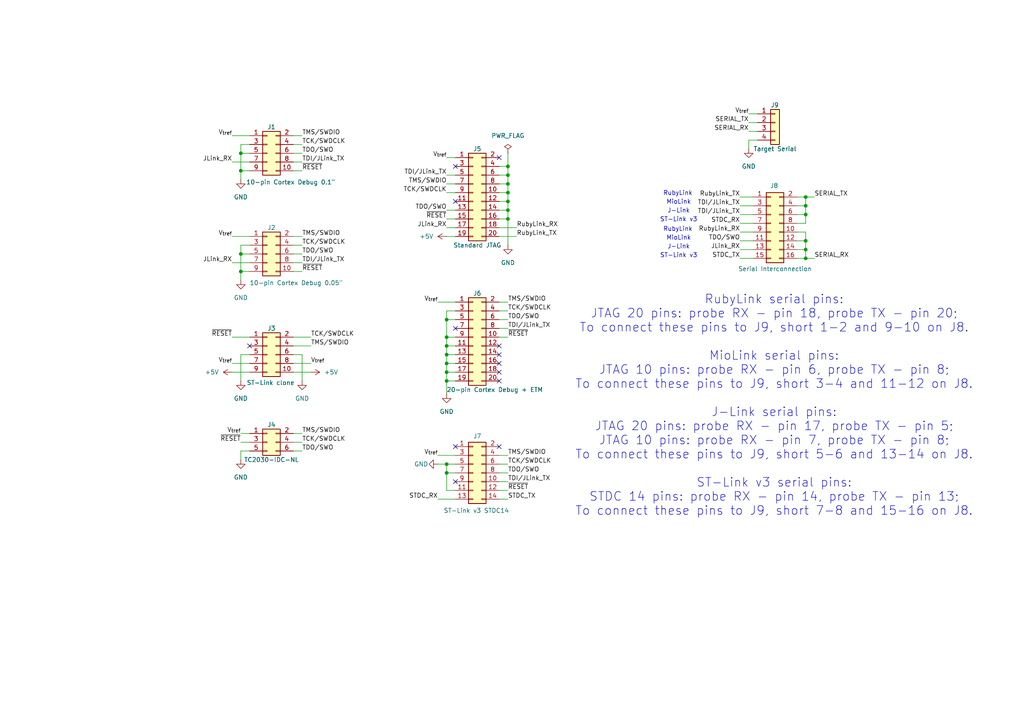
<source format=kicad_sch>
(kicad_sch (version 20231120) (generator "eeschema") (generator_version "8.0")
  (paper "A4")
  (title_block (title "MioLink_adapter rev. A") (date "2024-09-14") (comment 2 "Designed by: Dmitry Rezvanov (https://github.com/Misaka0x2730)"))
  (lib_symbols
    (symbol "Connector_Generic:Conn_01x04" (pin_names (offset 1.016) hide)
      (property "Reference" "J" (at 0 5.08 0))
      (property "Value" "Conn_01x04" (at 0 -7.62 0))
      (symbol "Conn_01x04_1_1"
        (rectangle (start -1.27 -4.953) (end 0 -5.207) (stroke (width 0.1524)))
        (rectangle (start -1.27 -2.413) (end 0 -2.667) (stroke (width 0.1524)))
        (rectangle (start -1.27 0.127) (end 0 -0.127) (stroke (width 0.1524)))
        (rectangle (start -1.27 2.667) (end 0 2.413) (stroke (width 0.1524)))
        (rectangle (start -1.27 3.81) (end 1.27 -6.35) (stroke (width 0.254)) (fill (type background)))
        (pin passive line (at -5.08 2.54 0) (length 3.81) (name "Pin_1") (number "1"))
        (pin passive line (at -5.08 0 0) (length 3.81) (name "Pin_2") (number "2"))
        (pin passive line (at -5.08 -2.54 0) (length 3.81) (name "Pin_3") (number "3"))
        (pin passive line (at -5.08 -5.08 0) (length 3.81) (name "Pin_4") (number "4"))
      )
    )
    (symbol "Connector_Generic:Conn_02x03_Odd_Even" (pin_names (offset 1.016) hide)
      (property "Reference" "J" (at 1.27 5.08 0))
      (property "Value" "Conn_02x03_Odd_Even" (at 1.27 -5.08 0))
      (symbol "Conn_02x03_Odd_Even_1_1"
        (rectangle (start -1.27 -2.413) (end 0 -2.667) (stroke (width 0.1524)))
        (rectangle (start -1.27 0.127) (end 0 -0.127) (stroke (width 0.1524)))
        (rectangle (start -1.27 2.667) (end 0 2.413) (stroke (width 0.1524)))
        (rectangle (start -1.27 3.81) (end 3.81 -3.81) (stroke (width 0.254)) (fill (type background)))
        (rectangle (start 3.81 -2.413) (end 2.54 -2.667) (stroke (width 0.1524)))
        (rectangle (start 3.81 0.127) (end 2.54 -0.127) (stroke (width 0.1524)))
        (rectangle (start 3.81 2.667) (end 2.54 2.413) (stroke (width 0.1524)))
        (pin passive line (at -5.08 2.54 0) (length 3.81) (name "Pin_1") (number "1"))
        (pin passive line (at 7.62 2.54 180) (length 3.81) (name "Pin_2") (number "2"))
        (pin passive line (at -5.08 0 0) (length 3.81) (name "Pin_3") (number "3"))
        (pin passive line (at 7.62 0 180) (length 3.81) (name "Pin_4") (number "4"))
        (pin passive line (at -5.08 -2.54 0) (length 3.81) (name "Pin_5") (number "5"))
        (pin passive line (at 7.62 -2.54 180) (length 3.81) (name "Pin_6") (number "6"))
      )
    )
    (symbol "Connector_Generic:Conn_02x05_Odd_Even" (pin_names (offset 1.016) hide)
      (property "Reference" "J" (at 1.27 7.62 0))
      (property "Value" "Conn_02x05_Odd_Even" (at 1.27 -7.62 0))
      (symbol "Conn_02x05_Odd_Even_1_1"
        (rectangle (start -1.27 -4.953) (end 0 -5.207) (stroke (width 0.1524)))
        (rectangle (start -1.27 -2.413) (end 0 -2.667) (stroke (width 0.1524)))
        (rectangle (start -1.27 0.127) (end 0 -0.127) (stroke (width 0.1524)))
        (rectangle (start -1.27 2.667) (end 0 2.413) (stroke (width 0.1524)))
        (rectangle (start -1.27 5.207) (end 0 4.953) (stroke (width 0.1524)))
        (rectangle (start -1.27 6.35) (end 3.81 -6.35) (stroke (width 0.254)) (fill (type background)))
        (rectangle (start 3.81 -4.953) (end 2.54 -5.207) (stroke (width 0.1524)))
        (rectangle (start 3.81 -2.413) (end 2.54 -2.667) (stroke (width 0.1524)))
        (rectangle (start 3.81 0.127) (end 2.54 -0.127) (stroke (width 0.1524)))
        (rectangle (start 3.81 2.667) (end 2.54 2.413) (stroke (width 0.1524)))
        (rectangle (start 3.81 5.207) (end 2.54 4.953) (stroke (width 0.1524)))
        (pin passive line (at -5.08 5.08 0) (length 3.81) (name "Pin_1") (number "1"))
        (pin passive line (at 7.62 -5.08 180) (length 3.81) (name "Pin_10") (number "10"))
        (pin passive line (at 7.62 5.08 180) (length 3.81) (name "Pin_2") (number "2"))
        (pin passive line (at -5.08 2.54 0) (length 3.81) (name "Pin_3") (number "3"))
        (pin passive line (at 7.62 2.54 180) (length 3.81) (name "Pin_4") (number "4"))
        (pin passive line (at -5.08 0 0) (length 3.81) (name "Pin_5") (number "5"))
        (pin passive line (at 7.62 0 180) (length 3.81) (name "Pin_6") (number "6"))
        (pin passive line (at -5.08 -2.54 0) (length 3.81) (name "Pin_7") (number "7"))
        (pin passive line (at 7.62 -2.54 180) (length 3.81) (name "Pin_8") (number "8"))
        (pin passive line (at -5.08 -5.08 0) (length 3.81) (name "Pin_9") (number "9"))
      )
    )
    (symbol "Connector_Generic:Conn_02x07_Odd_Even" (pin_names (offset 1.016) hide)
      (property "Reference" "J" (at 1.27 10.16 0))
      (property "Value" "Conn_02x07_Odd_Even" (at 1.27 -10.16 0))
      (symbol "Conn_02x07_Odd_Even_1_1"
        (rectangle (start -1.27 -7.493) (end 0 -7.747) (stroke (width 0.1524)))
        (rectangle (start -1.27 -4.953) (end 0 -5.207) (stroke (width 0.1524)))
        (rectangle (start -1.27 -2.413) (end 0 -2.667) (stroke (width 0.1524)))
        (rectangle (start -1.27 0.127) (end 0 -0.127) (stroke (width 0.1524)))
        (rectangle (start -1.27 2.667) (end 0 2.413) (stroke (width 0.1524)))
        (rectangle (start -1.27 5.207) (end 0 4.953) (stroke (width 0.1524)))
        (rectangle (start -1.27 7.747) (end 0 7.493) (stroke (width 0.1524)))
        (rectangle (start -1.27 8.89) (end 3.81 -8.89) (stroke (width 0.254)) (fill (type background)))
        (rectangle (start 3.81 -7.493) (end 2.54 -7.747) (stroke (width 0.1524)))
        (rectangle (start 3.81 -4.953) (end 2.54 -5.207) (stroke (width 0.1524)))
        (rectangle (start 3.81 -2.413) (end 2.54 -2.667) (stroke (width 0.1524)))
        (rectangle (start 3.81 0.127) (end 2.54 -0.127) (stroke (width 0.1524)))
        (rectangle (start 3.81 2.667) (end 2.54 2.413) (stroke (width 0.1524)))
        (rectangle (start 3.81 5.207) (end 2.54 4.953) (stroke (width 0.1524)))
        (rectangle (start 3.81 7.747) (end 2.54 7.493) (stroke (width 0.1524)))
        (pin passive line (at -5.08 7.62 0) (length 3.81) (name "Pin_1") (number "1"))
        (pin passive line (at 7.62 -2.54 180) (length 3.81) (name "Pin_10") (number "10"))
        (pin passive line (at -5.08 -5.08 0) (length 3.81) (name "Pin_11") (number "11"))
        (pin passive line (at 7.62 -5.08 180) (length 3.81) (name "Pin_12") (number "12"))
        (pin passive line (at -5.08 -7.62 0) (length 3.81) (name "Pin_13") (number "13"))
        (pin passive line (at 7.62 -7.62 180) (length 3.81) (name "Pin_14") (number "14"))
        (pin passive line (at 7.62 7.62 180) (length 3.81) (name "Pin_2") (number "2"))
        (pin passive line (at -5.08 5.08 0) (length 3.81) (name "Pin_3") (number "3"))
        (pin passive line (at 7.62 5.08 180) (length 3.81) (name "Pin_4") (number "4"))
        (pin passive line (at -5.08 2.54 0) (length 3.81) (name "Pin_5") (number "5"))
        (pin passive line (at 7.62 2.54 180) (length 3.81) (name "Pin_6") (number "6"))
        (pin passive line (at -5.08 0 0) (length 3.81) (name "Pin_7") (number "7"))
        (pin passive line (at 7.62 0 180) (length 3.81) (name "Pin_8") (number "8"))
        (pin passive line (at -5.08 -2.54 0) (length 3.81) (name "Pin_9") (number "9"))
      )
    )
    (symbol "Connector_Generic:Conn_02x08_Odd_Even" (pin_names (offset 1.016) hide)
      (property "Reference" "J" (at 1.27 10.16 0))
      (property "Value" "Conn_02x08_Odd_Even" (at 1.27 -12.7 0))
      (symbol "Conn_02x08_Odd_Even_1_1"
        (rectangle (start -1.27 -10.033) (end 0 -10.287) (stroke (width 0.1524)))
        (rectangle (start -1.27 -7.493) (end 0 -7.747) (stroke (width 0.1524)))
        (rectangle (start -1.27 -4.953) (end 0 -5.207) (stroke (width 0.1524)))
        (rectangle (start -1.27 -2.413) (end 0 -2.667) (stroke (width 0.1524)))
        (rectangle (start -1.27 0.127) (end 0 -0.127) (stroke (width 0.1524)))
        (rectangle (start -1.27 2.667) (end 0 2.413) (stroke (width 0.1524)))
        (rectangle (start -1.27 5.207) (end 0 4.953) (stroke (width 0.1524)))
        (rectangle (start -1.27 7.747) (end 0 7.493) (stroke (width 0.1524)))
        (rectangle (start -1.27 8.89) (end 3.81 -11.43) (stroke (width 0.254)) (fill (type background)))
        (rectangle (start 3.81 -10.033) (end 2.54 -10.287) (stroke (width 0.1524)))
        (rectangle (start 3.81 -7.493) (end 2.54 -7.747) (stroke (width 0.1524)))
        (rectangle (start 3.81 -4.953) (end 2.54 -5.207) (stroke (width 0.1524)))
        (rectangle (start 3.81 -2.413) (end 2.54 -2.667) (stroke (width 0.1524)))
        (rectangle (start 3.81 0.127) (end 2.54 -0.127) (stroke (width 0.1524)))
        (rectangle (start 3.81 2.667) (end 2.54 2.413) (stroke (width 0.1524)))
        (rectangle (start 3.81 5.207) (end 2.54 4.953) (stroke (width 0.1524)))
        (rectangle (start 3.81 7.747) (end 2.54 7.493) (stroke (width 0.1524)))
        (pin passive line (at -5.08 7.62 0) (length 3.81) (name "Pin_1") (number "1"))
        (pin passive line (at 7.62 -2.54 180) (length 3.81) (name "Pin_10") (number "10"))
        (pin passive line (at -5.08 -5.08 0) (length 3.81) (name "Pin_11") (number "11"))
        (pin passive line (at 7.62 -5.08 180) (length 3.81) (name "Pin_12") (number "12"))
        (pin passive line (at -5.08 -7.62 0) (length 3.81) (name "Pin_13") (number "13"))
        (pin passive line (at 7.62 -7.62 180) (length 3.81) (name "Pin_14") (number "14"))
        (pin passive line (at -5.08 -10.16 0) (length 3.81) (name "Pin_15") (number "15"))
        (pin passive line (at 7.62 -10.16 180) (length 3.81) (name "Pin_16") (number "16"))
        (pin passive line (at 7.62 7.62 180) (length 3.81) (name "Pin_2") (number "2"))
        (pin passive line (at -5.08 5.08 0) (length 3.81) (name "Pin_3") (number "3"))
        (pin passive line (at 7.62 5.08 180) (length 3.81) (name "Pin_4") (number "4"))
        (pin passive line (at -5.08 2.54 0) (length 3.81) (name "Pin_5") (number "5"))
        (pin passive line (at 7.62 2.54 180) (length 3.81) (name "Pin_6") (number "6"))
        (pin passive line (at -5.08 0 0) (length 3.81) (name "Pin_7") (number "7"))
        (pin passive line (at 7.62 0 180) (length 3.81) (name "Pin_8") (number "8"))
        (pin passive line (at -5.08 -2.54 0) (length 3.81) (name "Pin_9") (number "9"))
      )
    )
    (symbol "Connector_Generic:Conn_02x10_Odd_Even" (pin_names (offset 1.016) hide)
      (property "Reference" "J" (at 1.27 12.7 0))
      (property "Value" "Conn_02x10_Odd_Even" (at 1.27 -15.24 0))
      (symbol "Conn_02x10_Odd_Even_1_1"
        (rectangle (start -1.27 -12.573) (end 0 -12.827) (stroke (width 0.1524)))
        (rectangle (start -1.27 -10.033) (end 0 -10.287) (stroke (width 0.1524)))
        (rectangle (start -1.27 -7.493) (end 0 -7.747) (stroke (width 0.1524)))
        (rectangle (start -1.27 -4.953) (end 0 -5.207) (stroke (width 0.1524)))
        (rectangle (start -1.27 -2.413) (end 0 -2.667) (stroke (width 0.1524)))
        (rectangle (start -1.27 0.127) (end 0 -0.127) (stroke (width 0.1524)))
        (rectangle (start -1.27 2.667) (end 0 2.413) (stroke (width 0.1524)))
        (rectangle (start -1.27 5.207) (end 0 4.953) (stroke (width 0.1524)))
        (rectangle (start -1.27 7.747) (end 0 7.493) (stroke (width 0.1524)))
        (rectangle (start -1.27 10.287) (end 0 10.033) (stroke (width 0.1524)))
        (rectangle (start -1.27 11.43) (end 3.81 -13.97) (stroke (width 0.254)) (fill (type background)))
        (rectangle (start 3.81 -12.573) (end 2.54 -12.827) (stroke (width 0.1524)))
        (rectangle (start 3.81 -10.033) (end 2.54 -10.287) (stroke (width 0.1524)))
        (rectangle (start 3.81 -7.493) (end 2.54 -7.747) (stroke (width 0.1524)))
        (rectangle (start 3.81 -4.953) (end 2.54 -5.207) (stroke (width 0.1524)))
        (rectangle (start 3.81 -2.413) (end 2.54 -2.667) (stroke (width 0.1524)))
        (rectangle (start 3.81 0.127) (end 2.54 -0.127) (stroke (width 0.1524)))
        (rectangle (start 3.81 2.667) (end 2.54 2.413) (stroke (width 0.1524)))
        (rectangle (start 3.81 5.207) (end 2.54 4.953) (stroke (width 0.1524)))
        (rectangle (start 3.81 7.747) (end 2.54 7.493) (stroke (width 0.1524)))
        (rectangle (start 3.81 10.287) (end 2.54 10.033) (stroke (width 0.1524)))
        (pin passive line (at -5.08 10.16 0) (length 3.81) (name "Pin_1") (number "1"))
        (pin passive line (at 7.62 0 180) (length 3.81) (name "Pin_10") (number "10"))
        (pin passive line (at -5.08 -2.54 0) (length 3.81) (name "Pin_11") (number "11"))
        (pin passive line (at 7.62 -2.54 180) (length 3.81) (name "Pin_12") (number "12"))
        (pin passive line (at -5.08 -5.08 0) (length 3.81) (name "Pin_13") (number "13"))
        (pin passive line (at 7.62 -5.08 180) (length 3.81) (name "Pin_14") (number "14"))
        (pin passive line (at -5.08 -7.62 0) (length 3.81) (name "Pin_15") (number "15"))
        (pin passive line (at 7.62 -7.62 180) (length 3.81) (name "Pin_16") (number "16"))
        (pin passive line (at -5.08 -10.16 0) (length 3.81) (name "Pin_17") (number "17"))
        (pin passive line (at 7.62 -10.16 180) (length 3.81) (name "Pin_18") (number "18"))
        (pin passive line (at -5.08 -12.7 0) (length 3.81) (name "Pin_19") (number "19"))
        (pin passive line (at 7.62 10.16 180) (length 3.81) (name "Pin_2") (number "2"))
        (pin passive line (at 7.62 -12.7 180) (length 3.81) (name "Pin_20") (number "20"))
        (pin passive line (at -5.08 7.62 0) (length 3.81) (name "Pin_3") (number "3"))
        (pin passive line (at 7.62 7.62 180) (length 3.81) (name "Pin_4") (number "4"))
        (pin passive line (at -5.08 5.08 0) (length 3.81) (name "Pin_5") (number "5"))
        (pin passive line (at 7.62 5.08 180) (length 3.81) (name "Pin_6") (number "6"))
        (pin passive line (at -5.08 2.54 0) (length 3.81) (name "Pin_7") (number "7"))
        (pin passive line (at 7.62 2.54 180) (length 3.81) (name "Pin_8") (number "8"))
        (pin passive line (at -5.08 0 0) (length 3.81) (name "Pin_9") (number "9"))
      )
    )
    (symbol "power:+5V" (power) (pin_numbers hide) (pin_names (offset 0) hide)
      (property "Value" "+5V" (at 0 3.556 0))
      (symbol "+5V_0_1"
        (polyline (pts (xy -0.762 1.27) (xy 0 2.54)))
        (polyline (pts (xy 0 0) (xy 0 2.54)))
        (polyline (pts (xy 0 2.54) (xy 0.762 1.27)))
      )
      (symbol "+5V_1_1"
        (pin power_in line (at 0 0 90) (length 0) (name "~") (number "1"))
      )
    )
    (symbol "power:GND" (power) (pin_numbers hide) (pin_names (offset 0) hide)
      (property "Value" "GND" (at 0 -3.81 0))
      (symbol "GND_0_1"
        (polyline (pts (xy 0 0) (xy 0 -1.27) (xy 1.27 -1.27) (xy 0 -2.54) (xy -1.27 -1.27) (xy 0 -1.27)))
      )
      (symbol "GND_1_1"
        (pin power_in line (at 0 0 270) (length 0) (name "~") (number "1"))
      )
    )
    (symbol "power:PWR_FLAG" (power) (pin_numbers hide) (pin_names (offset 0) hide)
      (property "Value" "PWR_FLAG" (at 0 3.81 0))
      (symbol "PWR_FLAG_0_0"
        (pin power_out line (at 0 0 90) (length 0) (name "~") (number "1"))
      )
      (symbol "PWR_FLAG_0_1"
        (polyline (pts (xy 0 0) (xy 0 1.27) (xy -1.016 1.905) (xy 0 2.54) (xy 1.016 1.905) (xy 0 1.27)))
      )
    )
  )
  (junction (at 129.54 137.16))
  (junction (at 129.54 110.49))
  (junction (at 233.68 57.15))
  (junction (at 147.32 53.34))
  (junction (at 233.68 72.39))
  (junction (at 233.68 69.85))
  (junction (at 233.68 74.93))
  (junction (at 69.85 44.45))
  (junction (at 69.85 73.66))
  (junction (at 147.32 55.88))
  (junction (at 129.54 100.33))
  (junction (at 147.32 50.8))
  (junction (at 147.32 63.5))
  (junction (at 129.54 134.62))
  (junction (at 129.54 107.95))
  (junction (at 69.85 78.74))
  (junction (at 129.54 105.41))
  (junction (at 129.54 102.87))
  (junction (at 147.32 60.96))
  (junction (at 129.54 97.79))
  (junction (at 147.32 58.42))
  (junction (at 69.85 49.53))
  (junction (at 233.68 62.23))
  (junction (at 233.68 59.69))
  (junction (at 129.54 92.71))
  (junction (at 147.32 48.26))
  (no_connect (at 144.78 107.95))
  (no_connect (at 144.78 129.54))
  (no_connect (at 132.08 48.26))
  (no_connect (at 144.78 102.87))
  (no_connect (at 132.08 95.25))
  (no_connect (at 144.78 110.49))
  (no_connect (at 144.78 45.72))
  (no_connect (at 144.78 100.33))
  (no_connect (at 144.78 105.41))
  (no_connect (at 72.39 100.33))
  (no_connect (at 132.08 139.7))
  (no_connect (at 132.08 58.42))
  (no_connect (at 132.08 129.54))
  (wire (pts (xy 69.85 49.53) (xy 69.85 44.45)))
  (wire (pts (xy 144.78 53.34) (xy 147.32 53.34)))
  (wire (pts (xy 129.54 53.34) (xy 132.08 53.34)))
  (wire (pts (xy 144.78 50.8) (xy 147.32 50.8)))
  (wire (pts (xy 144.78 90.17) (xy 147.32 90.17)))
  (wire (pts (xy 85.09 73.66) (xy 87.63 73.66)))
  (wire (pts (xy 147.32 63.5) (xy 147.32 71.12)))
  (wire (pts (xy 85.09 46.99) (xy 87.63 46.99)))
  (wire (pts (xy 233.68 74.93) (xy 231.14 74.93)))
  (wire (pts (xy 129.54 105.41) (xy 129.54 107.95)))
  (wire (pts (xy 129.54 134.62) (xy 129.54 137.16)))
  (wire (pts (xy 219.71 38.1) (xy 217.17 38.1)))
  (wire (pts (xy 72.39 130.81) (xy 69.85 130.81)))
  (wire (pts (xy 67.31 46.99) (xy 72.39 46.99)))
  (wire (pts (xy 147.32 55.88) (xy 147.32 53.34)))
  (wire (pts (xy 85.09 130.81) (xy 87.63 130.81)))
  (wire (pts (xy 233.68 69.85) (xy 233.68 72.39)))
  (wire (pts (xy 129.54 100.33) (xy 129.54 102.87)))
  (wire (pts (xy 233.68 74.93) (xy 236.22 74.93)))
  (wire (pts (xy 129.54 97.79) (xy 129.54 100.33)))
  (wire (pts (xy 129.54 55.88) (xy 132.08 55.88)))
  (wire (pts (xy 129.54 68.58) (xy 132.08 68.58)))
  (wire (pts (xy 144.78 144.78) (xy 147.32 144.78)))
  (wire (pts (xy 129.54 134.62) (xy 132.08 134.62)))
  (wire (pts (xy 144.78 68.58) (xy 149.86 68.58)))
  (wire (pts (xy 69.85 81.28) (xy 69.85 78.74)))
  (wire (pts (xy 127 132.08) (xy 132.08 132.08)))
  (wire (pts (xy 217.17 43.18) (xy 217.17 40.64)))
  (wire (pts (xy 72.39 128.27) (xy 69.85 128.27)))
  (wire (pts (xy 231.14 72.39) (xy 233.68 72.39)))
  (wire (pts (xy 85.09 125.73) (xy 87.63 125.73)))
  (wire (pts (xy 233.68 67.31) (xy 233.68 69.85)))
  (wire (pts (xy 132.08 107.95) (xy 129.54 107.95)))
  (wire (pts (xy 69.85 71.12) (xy 72.39 71.12)))
  (wire (pts (xy 144.78 63.5) (xy 147.32 63.5)))
  (wire (pts (xy 129.54 102.87) (xy 129.54 105.41)))
  (wire (pts (xy 144.78 139.7) (xy 147.32 139.7)))
  (wire (pts (xy 132.08 137.16) (xy 129.54 137.16)))
  (wire (pts (xy 132.08 100.33) (xy 129.54 100.33)))
  (wire (pts (xy 147.32 50.8) (xy 147.32 48.26)))
  (wire (pts (xy 233.68 64.77) (xy 233.68 62.23)))
  (wire (pts (xy 85.09 44.45) (xy 87.63 44.45)))
  (wire (pts (xy 214.63 62.23) (xy 218.44 62.23)))
  (wire (pts (xy 85.09 71.12) (xy 87.63 71.12)))
  (wire (pts (xy 69.85 73.66) (xy 69.85 71.12)))
  (wire (pts (xy 214.63 69.85) (xy 218.44 69.85)))
  (wire (pts (xy 214.63 74.93) (xy 218.44 74.93)))
  (wire (pts (xy 144.78 97.79) (xy 147.32 97.79)))
  (wire (pts (xy 85.09 128.27) (xy 87.63 128.27)))
  (wire (pts (xy 132.08 92.71) (xy 129.54 92.71)))
  (wire (pts (xy 132.08 102.87) (xy 129.54 102.87)))
  (wire (pts (xy 144.78 66.04) (xy 149.86 66.04)))
  (wire (pts (xy 85.09 39.37) (xy 87.63 39.37)))
  (wire (pts (xy 85.09 100.33) (xy 90.17 100.33)))
  (wire (pts (xy 67.31 105.41) (xy 72.39 105.41)))
  (wire (pts (xy 85.09 107.95) (xy 90.17 107.95)))
  (wire (pts (xy 214.63 72.39) (xy 218.44 72.39)))
  (wire (pts (xy 69.85 44.45) (xy 69.85 41.91)))
  (wire (pts (xy 85.09 68.58) (xy 87.63 68.58)))
  (wire (pts (xy 129.54 50.8) (xy 132.08 50.8)))
  (wire (pts (xy 132.08 142.24) (xy 129.54 142.24)))
  (wire (pts (xy 72.39 44.45) (xy 69.85 44.45)))
  (wire (pts (xy 132.08 105.41) (xy 129.54 105.41)))
  (wire (pts (xy 69.85 78.74) (xy 69.85 73.66)))
  (wire (pts (xy 129.54 110.49) (xy 129.54 114.3)))
  (wire (pts (xy 129.54 63.5) (xy 132.08 63.5)))
  (wire (pts (xy 72.39 68.58) (xy 67.31 68.58)))
  (wire (pts (xy 147.32 63.5) (xy 147.32 60.96)))
  (wire (pts (xy 233.68 72.39) (xy 233.68 74.93)))
  (wire (pts (xy 69.85 102.87) (xy 69.85 110.49)))
  (wire (pts (xy 233.68 57.15) (xy 236.22 57.15)))
  (wire (pts (xy 72.39 78.74) (xy 69.85 78.74)))
  (wire (pts (xy 132.08 90.17) (xy 129.54 90.17)))
  (wire (pts (xy 85.09 102.87) (xy 87.63 102.87)))
  (wire (pts (xy 127 134.62) (xy 129.54 134.62)))
  (wire (pts (xy 129.54 90.17) (xy 129.54 92.71)))
  (wire (pts (xy 214.63 57.15) (xy 218.44 57.15)))
  (wire (pts (xy 72.39 39.37) (xy 67.31 39.37)))
  (wire (pts (xy 72.39 102.87) (xy 69.85 102.87)))
  (wire (pts (xy 214.63 59.69) (xy 218.44 59.69)))
  (wire (pts (xy 72.39 49.53) (xy 69.85 49.53)))
  (wire (pts (xy 67.31 107.95) (xy 72.39 107.95)))
  (wire (pts (xy 219.71 33.02) (xy 217.17 33.02)))
  (wire (pts (xy 129.54 45.72) (xy 132.08 45.72)))
  (wire (pts (xy 72.39 97.79) (xy 67.31 97.79)))
  (wire (pts (xy 233.68 57.15) (xy 233.68 59.69)))
  (wire (pts (xy 144.78 55.88) (xy 147.32 55.88)))
  (wire (pts (xy 85.09 49.53) (xy 87.63 49.53)))
  (wire (pts (xy 69.85 133.35) (xy 69.85 130.81)))
  (wire (pts (xy 67.31 76.2) (xy 72.39 76.2)))
  (wire (pts (xy 233.68 62.23) (xy 231.14 62.23)))
  (wire (pts (xy 147.32 58.42) (xy 147.32 55.88)))
  (wire (pts (xy 144.78 60.96) (xy 147.32 60.96)))
  (wire (pts (xy 85.09 105.41) (xy 90.17 105.41)))
  (wire (pts (xy 144.78 137.16) (xy 147.32 137.16)))
  (wire (pts (xy 129.54 142.24) (xy 129.54 137.16)))
  (wire (pts (xy 72.39 125.73) (xy 69.85 125.73)))
  (wire (pts (xy 129.54 107.95) (xy 129.54 110.49)))
  (wire (pts (xy 85.09 41.91) (xy 87.63 41.91)))
  (wire (pts (xy 129.54 92.71) (xy 129.54 97.79)))
  (wire (pts (xy 144.78 95.25) (xy 147.32 95.25)))
  (wire (pts (xy 231.14 69.85) (xy 233.68 69.85)))
  (wire (pts (xy 132.08 110.49) (xy 129.54 110.49)))
  (wire (pts (xy 144.78 92.71) (xy 147.32 92.71)))
  (wire (pts (xy 217.17 40.64) (xy 219.71 40.64)))
  (wire (pts (xy 147.32 48.26) (xy 144.78 48.26)))
  (wire (pts (xy 144.78 58.42) (xy 147.32 58.42)))
  (wire (pts (xy 147.32 44.45) (xy 147.32 48.26)))
  (wire (pts (xy 132.08 97.79) (xy 129.54 97.79)))
  (wire (pts (xy 144.78 87.63) (xy 147.32 87.63)))
  (wire (pts (xy 231.14 64.77) (xy 233.68 64.77)))
  (wire (pts (xy 87.63 102.87) (xy 87.63 110.49)))
  (wire (pts (xy 233.68 59.69) (xy 233.68 62.23)))
  (wire (pts (xy 127 144.78) (xy 132.08 144.78)))
  (wire (pts (xy 214.63 67.31) (xy 218.44 67.31)))
  (wire (pts (xy 132.08 60.96) (xy 129.54 60.96)))
  (wire (pts (xy 132.08 87.63) (xy 127 87.63)))
  (wire (pts (xy 147.32 60.96) (xy 147.32 58.42)))
  (wire (pts (xy 144.78 142.24) (xy 147.32 142.24)))
  (wire (pts (xy 69.85 52.07) (xy 69.85 49.53)))
  (wire (pts (xy 231.14 67.31) (xy 233.68 67.31)))
  (wire (pts (xy 214.63 64.77) (xy 218.44 64.77)))
  (wire (pts (xy 147.32 53.34) (xy 147.32 50.8)))
  (wire (pts (xy 85.09 78.74) (xy 87.63 78.74)))
  (wire (pts (xy 69.85 41.91) (xy 72.39 41.91)))
  (wire (pts (xy 144.78 132.08) (xy 147.32 132.08)))
  (wire (pts (xy 231.14 59.69) (xy 233.68 59.69)))
  (wire (pts (xy 144.78 134.62) (xy 147.32 134.62)))
  (wire (pts (xy 219.71 35.56) (xy 217.17 35.56)))
  (wire (pts (xy 132.08 66.04) (xy 129.54 66.04)))
  (wire (pts (xy 231.14 57.15) (xy 233.68 57.15)))
  (wire (pts (xy 72.39 73.66) (xy 69.85 73.66)))
  (wire (pts (xy 85.09 97.79) (xy 90.17 97.79)))
  (wire (pts (xy 85.09 76.2) (xy 87.63 76.2)))
  (text "MioLink" (at 196.85 58.674 0) (effects (font (size 1.27 1.27))))
  (text "ST-Link v3" (at 196.85 74.168 0) (effects (font (size 1.27 1.27))))
  (text "ST-Link v3" (at 196.85 63.754 0) (effects (font (size 1.27 1.27))))
  (text "RubyLink" (at 196.596 56.134 0) (effects (font (size 1.27 1.27))))
  (text "RubyLink" (at 196.596 66.548 0) (effects (font (size 1.27 1.27))))
  (text "J-Link" (at 196.85 71.628 0) (effects (font (size 1.27 1.27))))
  (text "MioLink" (at 196.85 69.088 0) (effects (font (size 1.27 1.27))))
  (text "RubyLink serial pins:\nJTAG 20 pins: probe RX - pin 18, probe TX - pin 20;\nTo connect these pins to J9, short 1-2 and 9-10 on J8.\n\nMioLink serial pins:\nJTAG 10 pins: probe RX - pin 6, probe TX - pin 8;\nTo connect these pins to J9, short 3-4 and 11-12 on J8.\n\nJ-Link serial pins:\nJTAG 20 pins: probe RX - pin 17, probe TX - pin 5;\nJTAG 10 pins: probe RX - pin 7, probe TX - pin 8;\nTo connect these pins to J9, short 5-6 and 13-14 on J8.\n\nST-Link v3 serial pins:\nSTDC 14 pins: probe RX - pin 14, probe TX - pin 13;\nTo connect these pins to J9, short 7-8 and 15-16 on J8." (at 224.536 117.602 0) (effects (font (size 2.54 2.54))))
  (text "J-Link" (at 196.85 61.214 0) (effects (font (size 1.27 1.27))))
  (label "TDI{slash}JLink_TX" (at 147.32 139.7 0))
  (label "TDI{slash}JLink_TX" (at 147.32 95.25 0))
  (label "RubyLink_TX" (at 149.86 68.58 0))
  (label "TDO{slash}SWO" (at 87.63 73.66 0))
  (label "TMS{slash}SWDIO" (at 87.63 39.37 0))
  (label "V_{tref}" (at 127 132.08 180))
  (label "V_{tref}" (at 90.17 105.41 0))
  (label "~{RESET}" (at 87.63 78.74 0))
  (label "SERIAL_TX" (at 217.17 35.56 180))
  (label "~{RESET}" (at 87.63 49.53 0))
  (label "JLink_RX" (at 67.31 46.99 180))
  (label "STDC_RX" (at 214.63 64.77 180))
  (label "STDC_RX" (at 127 144.78 180))
  (label "TCK{slash}SWDCLK" (at 147.32 90.17 0))
  (label "TCK{slash}SWDCLK" (at 90.17 97.79 0))
  (label "TDO{slash}SWO" (at 147.32 137.16 0))
  (label "TMS{slash}SWDIO" (at 87.63 125.73 0))
  (label "~{RESET}" (at 147.32 97.79 0))
  (label "V_{tref}" (at 69.85 125.73 180))
  (label "JLink_RX" (at 214.63 72.39 180))
  (label "TDO{slash}SWO" (at 87.63 44.45 0))
  (label "TMS{slash}SWDIO" (at 87.63 68.58 0))
  (label "SERIAL_RX" (at 217.17 38.1 180))
  (label "SERIAL_RX" (at 236.22 74.93 0))
  (label "TDO{slash}SWO" (at 129.54 60.96 180))
  (label "TDO{slash}SWO" (at 214.63 69.85 180))
  (label "RubyLink_RX" (at 214.63 67.31 180))
  (label "TMS{slash}SWDIO" (at 147.32 132.08 0))
  (label "~{RESET}" (at 69.85 128.27 180))
  (label "V_{tref}" (at 67.31 105.41 180))
  (label "STDC_TX" (at 147.32 144.78 0))
  (label "RubyLink_TX" (at 214.63 57.15 180))
  (label "~{RESET}" (at 129.54 63.5 180))
  (label "TCK{slash}SWDCLK" (at 147.32 134.62 0))
  (label "SERIAL_TX" (at 236.22 57.15 0))
  (label "TDO{slash}SWO" (at 87.63 130.81 0))
  (label "RubyLink_RX" (at 149.86 66.04 0))
  (label "V_{tref}" (at 129.54 45.72 180))
  (label "TCK{slash}SWDCLK" (at 87.63 41.91 0))
  (label "JLink_RX" (at 67.31 76.2 180))
  (label "V_{tref}" (at 67.31 68.58 180))
  (label "TMS{slash}SWDIO" (at 129.54 53.34 180))
  (label "TCK{slash}SWDCLK" (at 87.63 128.27 0))
  (label "TDO{slash}SWO" (at 147.32 92.71 0))
  (label "V_{tref}" (at 127 87.63 180))
  (label "~{RESET}" (at 67.31 97.79 180))
  (label "~{RESET}" (at 147.32 142.24 0))
  (label "TCK{slash}SWDCLK" (at 129.54 55.88 180))
  (label "TMS{slash}SWDIO" (at 90.17 100.33 0))
  (label "V_{tref}" (at 217.17 33.02 180))
  (label "TMS{slash}SWDIO" (at 147.32 87.63 0))
  (label "V_{tref}" (at 67.31 39.37 180))
  (label "TDI{slash}JLink_TX" (at 87.63 76.2 0))
  (label "TDI{slash}JLink_TX" (at 87.63 46.99 0))
  (label "JLink_RX" (at 129.54 66.04 180))
  (label "TDI{slash}JLink_TX" (at 214.63 59.69 180))
  (label "TCK{slash}SWDCLK" (at 87.63 71.12 0))
  (label "TDI{slash}JLink_TX" (at 214.63 62.23 180))
  (label "TDI{slash}JLink_TX" (at 129.54 50.8 180))
  (label "STDC_TX" (at 214.63 74.93 180))
  (symbol (lib_id "power:GND") (at 217.17 43.18 0) (unit 1)
    (property "Reference" "#PWR012" (effects (hide yes)))
    (property "Value" "GND" (at 217.17 48.26 0))
    (property "Description" "Power symbol creates a global label with name \"GND\" , ground" (effects (hide yes)))
  )
  (symbol (lib_id "power:+5V") (at 129.54 68.58 90) (unit 1)
    (property "Reference" "#PWR09" (effects (hide yes)))
    (property "Value" "+5V" (at 125.73 68.5799 90) (effects (justify left)))
    (property "Description" "Power symbol creates a global label with name \"+5V\"" (effects (hide yes)))
  )
  (symbol (lib_id "Connector_Generic:Conn_02x05_Odd_Even") (at 77.47 44.45 0) (unit 1)
    (property "Reference" "J1" (at 78.74 36.83 0))
    (property "Value" "10-pin Cortex Debug 0.1\"" (at 71.374 52.832 0) (effects (justify left)))
    (property "Footprint" "Connector_IDC:IDC-Header_2x05_P2.54mm_Vertical" (effects (hide yes)))
  )
  (symbol (lib_id "power:GND") (at 127 134.62 270) (unit 1)
    (property "Reference" "#PWR08" (effects (hide yes)))
    (property "Value" "GND" (at 124.206 134.62 90) (effects (justify right)))
    (property "Description" "Power symbol creates a global label with name \"GND\" , ground" (effects (hide yes)))
  )
  (symbol (lib_id "power:+5V") (at 90.17 107.95 270) (unit 1)
    (property "Reference" "#PWR07" (effects (hide yes)))
    (property "Value" "+5V" (at 93.98 107.9499 90) (effects (justify left)))
    (property "Description" "Power symbol creates a global label with name \"+5V\"" (effects (hide yes)))
  )
  (symbol (lib_id "power:GND") (at 69.85 133.35 0) (unit 1)
    (property "Reference" "#PWR05" (effects (hide yes)))
    (property "Value" "GND" (at 69.85 138.43 0))
    (property "Description" "Power symbol creates a global label with name \"GND\" , ground" (effects (hide yes)))
  )
  (symbol (lib_id "Connector_Generic:Conn_02x03_Odd_Even") (at 77.47 128.27 0) (unit 1)
    (property "Reference" "J4" (at 78.74 123.19 0))
    (property "Value" "TC2030-IDC-NL" (at 78.74 133.35 0))
    (property "Footprint" "Connector_PinHeader_2.54mm:PinHeader_2x03_P2.54mm_Vertical" (effects (hide yes)))
  )
  (symbol (lib_id "power:GND") (at 129.54 114.3 0) (unit 1)
    (property "Reference" "#PWR010" (effects (hide yes)))
    (property "Value" "GND" (at 129.54 119.38 0))
    (property "Description" "Power symbol creates a global label with name \"GND\" , ground" (effects (hide yes)))
  )
  (symbol (lib_id "Connector_Generic:Conn_02x05_Odd_Even") (at 77.47 102.87 0) (unit 1)
    (property "Reference" "J3" (at 78.74 95.25 0))
    (property "Value" "ST-Link clone" (at 78.486 110.998 0))
    (property "Footprint" "Connector_IDC:IDC-Header_2x05_P2.54mm_Vertical" (effects (hide yes)))
  )
  (symbol (lib_id "Connector_Generic:Conn_02x10_Odd_Even") (at 137.16 55.88 0) (unit 1)
    (property "Reference" "J5" (at 138.43 43.18 0))
    (property "Value" "Standard JTAG" (at 138.43 71.12 0))
    (property "Footprint" "Connector_IDC:IDC-Header_2x10_P2.54mm_Vertical" (effects (hide yes)))
  )
  (symbol (lib_id "power:GND") (at 69.85 81.28 0) (unit 1)
    (property "Reference" "#PWR03" (effects (hide yes)))
    (property "Value" "GND" (at 69.85 86.36 0))
    (property "Description" "Power symbol creates a global label with name \"GND\" , ground" (effects (hide yes)))
  )
  (symbol (lib_id "power:+5V") (at 67.31 107.95 90) (unit 1)
    (property "Reference" "#PWR01" (effects (hide yes)))
    (property "Value" "+5V" (at 63.5 107.9499 90) (effects (justify left)))
    (property "Description" "Power symbol creates a global label with name \"+5V\"" (effects (hide yes)))
  )
  (symbol (lib_id "power:GND") (at 147.32 71.12 0) (unit 1)
    (property "Reference" "#PWR011" (effects (hide yes)))
    (property "Value" "GND" (at 147.32 76.2 0))
    (property "Description" "Power symbol creates a global label with name \"GND\" , ground" (effects (hide yes)))
  )
  (symbol (lib_id "power:PWR_FLAG") (at 147.32 44.45 0) (unit 1)
    (property "Reference" "#FLG01" (effects (hide yes)))
    (property "Value" "PWR_FLAG" (at 147.32 39.37 0))
    (property "Description" "Special symbol for telling ERC where power comes from" (effects (hide yes)))
  )
  (symbol (lib_id "Connector_Generic:Conn_02x07_Odd_Even") (at 137.16 137.16 0) (unit 1)
    (property "Reference" "J7" (at 138.43 126.492 0))
    (property "Value" "ST-Link v3 STDC14" (at 138.176 148.082 0))
    (property "Footprint" "Connector_PinHeader_1.27mm:PinHeader_2x07_P1.27mm_Vertical_SMD" (effects (hide yes)))
    (property "Description" "Generic connector, double row, 02x07, odd/even pin numbering scheme (row 1 odd numbers, row 2 even numbers), script generated (kicad-library-utils/schlib/autogen/connector/)" (effects (hide yes)))
  )
  (symbol (lib_id "Connector_Generic:Conn_01x04") (at 224.79 35.56 0) (unit 1)
    (property "Reference" "J9" (at 223.52 30.48 0) (effects (justify left)))
    (property "Value" "Target Serial" (at 224.79 43.18 0))
    (property "Footprint" "Connector_PinHeader_2.54mm:PinHeader_1x04_P2.54mm_Horizontal" (effects (hide yes)))
  )
  (symbol (lib_id "power:GND") (at 69.85 52.07 0) (unit 1)
    (property "Reference" "#PWR02" (effects (hide yes)))
    (property "Value" "GND" (at 69.85 57.15 0))
    (property "Description" "Power symbol creates a global label with name \"GND\" , ground" (effects (hide yes)))
  )
  (symbol (lib_id "Connector_Generic:Conn_02x05_Odd_Even") (at 77.47 73.66 0) (unit 1)
    (property "Reference" "J2" (at 78.74 66.04 0))
    (property "Value" "10-pin Cortex Debug 0.05\"" (at 72.39 82.042 0) (effects (justify left)))
    (property "Footprint" "Connector_PinHeader_1.27mm:PinHeader_2x05_P1.27mm_Vertical_SMD" (effects (hide yes)))
  )
  (symbol (lib_id "power:GND") (at 87.63 110.49 0) (unit 1)
    (property "Reference" "#PWR06" (effects (hide yes)))
    (property "Value" "GND" (at 87.63 115.57 0))
    (property "Description" "Power symbol creates a global label with name \"GND\" , ground" (effects (hide yes)))
  )
  (symbol (lib_id "power:GND") (at 69.85 110.49 0) (unit 1)
    (property "Reference" "#PWR04" (effects (hide yes)))
    (property "Value" "GND" (at 69.85 115.57 0))
    (property "Description" "Power symbol creates a global label with name \"GND\" , ground" (effects (hide yes)))
  )
  (symbol (lib_id "Connector_Generic:Conn_02x10_Odd_Even") (at 137.16 97.79 0) (unit 1)
    (property "Reference" "J6" (at 138.43 85.09 0))
    (property "Value" "20-pin Cortex Debug + ETM" (at 143.51 113.03 0))
    (property "Footprint" "Connector_PinHeader_1.27mm:PinHeader_2x10_P1.27mm_Vertical_SMD" (effects (hide yes)))
  )
  (symbol (lib_id "Connector_Generic:Conn_02x08_Odd_Even") (at 223.52 64.77 0) (unit 1)
    (property "Reference" "J8" (at 224.536 53.848 0))
    (property "Value" "Serial Interconnection" (at 224.79 77.978 0))
    (property "Footprint" "Connector_PinHeader_2.54mm:PinHeader_2x08_P2.54mm_Vertical" (effects (hide yes)))
    (property "Description" "Generic connector, double row, 02x08, odd/even pin numbering scheme (row 1 odd numbers, row 2 even numbers), script generated (kicad-library-utils/schlib/autogen/connector/)" (effects (hide yes)))
  )
)
</source>
